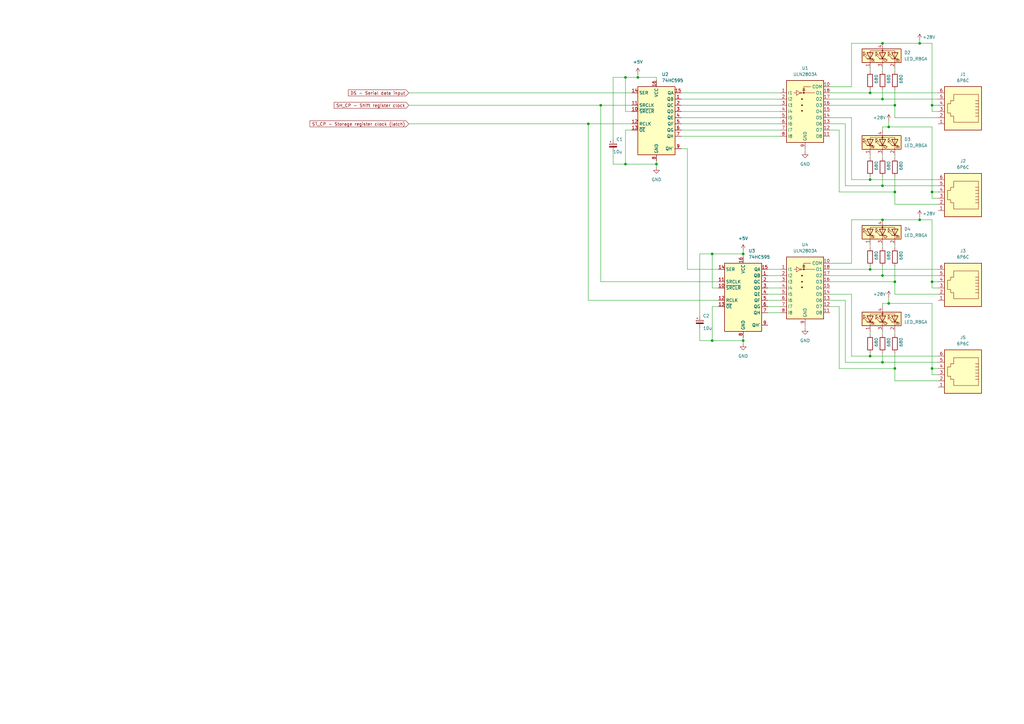
<source format=kicad_sch>
(kicad_sch (version 20230121) (generator eeschema)
  (paper "A3")
  (lib_symbols
    (symbol "74xx:74HC595"
      (property "Reference" "U" (at -7.62 13.97 0))
      (property "Value" "74HC595" (at -7.62 -16.51 0))
      (symbol "74HC595_1_0"
        (pin tri_state line (at 10.16 7.62 180) (length 2.54) (name "QB") (number "1"))
        (pin input line (at -10.16 2.54 0) (length 2.54) (name "~{SRCLR}") (number "10"))
        (pin input line (at -10.16 5.08 0) (length 2.54) (name "SRCLK") (number "11"))
        (pin input line (at -10.16 -2.54 0) (length 2.54) (name "RCLK") (number "12"))
        (pin input line (at -10.16 -5.08 0) (length 2.54) (name "~{OE}") (number "13"))
        (pin input line (at -10.16 10.16 0) (length 2.54) (name "SER") (number "14"))
        (pin tri_state line (at 10.16 10.16 180) (length 2.54) (name "QA") (number "15"))
        (pin power_in line (at 0 15.24 270) (length 2.54) (name "VCC") (number "16"))
        (pin tri_state line (at 10.16 5.08 180) (length 2.54) (name "QC") (number "2"))
        (pin tri_state line (at 10.16 2.54 180) (length 2.54) (name "QD") (number "3"))
        (pin tri_state line (at 10.16 0 180) (length 2.54) (name "QE") (number "4"))
        (pin tri_state line (at 10.16 -2.54 180) (length 2.54) (name "QF") (number "5"))
        (pin tri_state line (at 10.16 -5.08 180) (length 2.54) (name "QG") (number "6"))
        (pin tri_state line (at 10.16 -7.62 180) (length 2.54) (name "QH") (number "7"))
        (pin power_in line (at 0 -17.78 90) (length 2.54) (name "GND") (number "8"))
        (pin output line (at 10.16 -12.7 180) (length 2.54) (name "QH'") (number "9"))
      )
      (symbol "74HC595_1_1"
        (rectangle (start -7.62 12.7) (end 7.62 -15.24) (stroke (width 0.254)) (fill (type background)))
      )
    )
    (symbol "Connector:6P6C" (pin_names (offset 1.016))
      (property "Reference" "J" (at -5.08 11.43 0))
      (property "Value" "6P6C" (at 2.54 11.43 0))
      (symbol "6P6C_0_1"
        (polyline (pts (xy -6.35 -1.905) (xy -5.08 -1.905) (xy -5.08 -1.905)))
        (polyline (pts (xy -6.35 -0.635) (xy -5.08 -0.635) (xy -5.08 -0.635)))
        (polyline (pts (xy -6.35 0.635) (xy -5.08 0.635) (xy -5.08 0.635)))
        (polyline (pts (xy -6.35 1.905) (xy -5.08 1.905) (xy -5.08 1.905)))
        (polyline (pts (xy -6.35 3.175) (xy -5.08 3.175) (xy -5.08 3.175)))
        (polyline (pts (xy -5.08 4.445) (xy -6.35 4.445) (xy -6.35 4.445)))
        (polyline (pts (xy -6.35 -4.445) (xy -6.35 6.985) (xy 3.81 6.985) (xy 3.81 4.445) (xy 5.08 4.445) (xy 5.08 3.175) (xy 6.35 3.175) (xy 6.35 -0.635) (xy 5.08 -0.635) (xy 5.08 -1.905) (xy 3.81 -1.905) (xy 3.81 -4.445) (xy -6.35 -4.445) (xy -6.35 -4.445)))
        (rectangle (start 7.62 10.16) (end -7.62 -7.62) (stroke (width 0.254)) (fill (type background)))
      )
      (symbol "6P6C_1_1"
        (pin passive line (at 10.16 -5.08 180) (length 2.54) (name "~") (number "1"))
        (pin passive line (at 10.16 -2.54 180) (length 2.54) (name "~") (number "2"))
        (pin passive line (at 10.16 0 180) (length 2.54) (name "~") (number "3"))
        (pin passive line (at 10.16 2.54 180) (length 2.54) (name "~") (number "4"))
        (pin passive line (at 10.16 5.08 180) (length 2.54) (name "~") (number "5"))
        (pin passive line (at 10.16 7.62 180) (length 2.54) (name "~") (number "6"))
      )
    )
    (symbol "Connector_Generic:Conn_01x06" (pin_names (offset 1.016) hide)
      (property "Reference" "J" (at 0 7.62 0))
      (property "Value" "Conn_01x06" (at 0 -10.16 0))
      (symbol "Conn_01x06_1_1"
        (rectangle (start -1.27 -7.493) (end 0 -7.747) (stroke (width 0.1524)))
        (rectangle (start -1.27 -4.953) (end 0 -5.207) (stroke (width 0.1524)))
        (rectangle (start -1.27 -2.413) (end 0 -2.667) (stroke (width 0.1524)))
        (rectangle (start -1.27 0.127) (end 0 -0.127) (stroke (width 0.1524)))
        (rectangle (start -1.27 2.667) (end 0 2.413) (stroke (width 0.1524)))
        (rectangle (start -1.27 5.207) (end 0 4.953) (stroke (width 0.1524)))
        (rectangle (start -1.27 6.35) (end 1.27 -8.89) (stroke (width 0.254)) (fill (type background)))
        (pin passive line (at -5.08 5.08 0) (length 3.81) (name "Pin_1") (number "1"))
        (pin passive line (at -5.08 2.54 0) (length 3.81) (name "Pin_2") (number "2"))
        (pin passive line (at -5.08 0 0) (length 3.81) (name "Pin_3") (number "3"))
        (pin passive line (at -5.08 -2.54 0) (length 3.81) (name "Pin_4") (number "4"))
        (pin passive line (at -5.08 -5.08 0) (length 3.81) (name "Pin_5") (number "5"))
        (pin passive line (at -5.08 -7.62 0) (length 3.81) (name "Pin_6") (number "6"))
      )
    )
    (symbol "Device:C_Polarized_Small" (pin_numbers hide) (pin_names (offset 0.254) hide)
      (property "Reference" "C" (at 0.254 1.778 0))
      (property "Value" "C_Polarized_Small" (at 0.254 -2.032 0))
      (symbol "C_Polarized_Small_0_1"
        (rectangle (start -1.524 -0.3048) (end 1.524 -0.6858) (fill (type outline)))
        (rectangle (start -1.524 0.6858) (end 1.524 0.3048))
        (polyline (pts (xy -1.27 1.524) (xy -0.762 1.524)))
        (polyline (pts (xy -1.016 1.27) (xy -1.016 1.778)))
      )
      (symbol "C_Polarized_Small_1_1"
        (pin passive line (at 0 2.54 270) (length 1.8542) (name "~") (number "1"))
        (pin passive line (at 0 -2.54 90) (length 1.8542) (name "~") (number "2"))
      )
    )
    (symbol "Device:LED_RBGA" (pin_names (offset 0) hide)
      (property "Reference" "D" (at 0 9.398 0))
      (property "Value" "LED_RBGA" (at 0 -8.89 0))
      (symbol "LED_RBGA_0_0"
        (text "B" (at -1.905 -6.35 0) (effects (font (size 1.27 1.27))))
        (text "G" (at -1.905 -1.27 0) (effects (font (size 1.27 1.27))))
        (text "R" (at -1.905 3.81 0) (effects (font (size 1.27 1.27))))
      )
      (symbol "LED_RBGA_0_1"
        (polyline (pts (xy -1.27 -5.08) (xy -2.54 -5.08)))
        (polyline (pts (xy -1.27 -5.08) (xy 1.27 -5.08)))
        (polyline (pts (xy -1.27 -3.81) (xy -1.27 -6.35)) (stroke (width 0.254)))
        (polyline (pts (xy -1.27 0) (xy -2.54 0)))
        (polyline (pts (xy -1.27 1.27) (xy -1.27 -1.27)) (stroke (width 0.254)))
        (polyline (pts (xy -1.27 5.08) (xy -2.54 5.08)))
        (polyline (pts (xy -1.27 5.08) (xy 1.27 5.08)))
        (polyline (pts (xy -1.27 6.35) (xy -1.27 3.81)) (stroke (width 0.254)))
        (polyline (pts (xy 1.27 0) (xy -1.27 0)))
        (polyline (pts (xy 1.27 0) (xy 2.54 0)))
        (polyline (pts (xy -1.27 1.27) (xy -1.27 -1.27) (xy -1.27 -1.27)))
        (polyline (pts (xy -1.27 6.35) (xy -1.27 3.81) (xy -1.27 3.81)))
        (polyline (pts (xy 1.27 -5.08) (xy 2.032 -5.08) (xy 2.032 5.08) (xy 1.27 5.08)))
        (polyline (pts (xy 1.27 -3.81) (xy 1.27 -6.35) (xy -1.27 -5.08) (xy 1.27 -3.81)) (stroke (width 0.254)))
        (polyline (pts (xy 1.27 1.27) (xy 1.27 -1.27) (xy -1.27 0) (xy 1.27 1.27)) (stroke (width 0.254)))
        (polyline (pts (xy 1.27 6.35) (xy 1.27 3.81) (xy -1.27 5.08) (xy 1.27 6.35)) (stroke (width 0.254)))
        (polyline (pts (xy -1.016 -3.81) (xy 0.508 -2.286) (xy -0.254 -2.286) (xy 0.508 -2.286) (xy 0.508 -3.048)))
        (polyline (pts (xy -1.016 1.27) (xy 0.508 2.794) (xy -0.254 2.794) (xy 0.508 2.794) (xy 0.508 2.032)))
        (polyline (pts (xy -1.016 6.35) (xy 0.508 7.874) (xy -0.254 7.874) (xy 0.508 7.874) (xy 0.508 7.112)))
        (polyline (pts (xy 0 -3.81) (xy 1.524 -2.286) (xy 0.762 -2.286) (xy 1.524 -2.286) (xy 1.524 -3.048)))
        (polyline (pts (xy 0 1.27) (xy 1.524 2.794) (xy 0.762 2.794) (xy 1.524 2.794) (xy 1.524 2.032)))
        (polyline (pts (xy 0 6.35) (xy 1.524 7.874) (xy 0.762 7.874) (xy 1.524 7.874) (xy 1.524 7.112)))
        (rectangle (start 1.27 -1.27) (end 1.27 1.27))
        (rectangle (start 1.27 1.27) (end 1.27 1.27))
        (rectangle (start 1.27 3.81) (end 1.27 6.35))
        (rectangle (start 1.27 6.35) (end 1.27 6.35))
        (circle (center 2.032 0) (radius 0.254) (fill (type outline)))
        (rectangle (start 2.794 8.382) (end -2.794 -7.62) (stroke (width 0.254)) (fill (type background)))
      )
      (symbol "LED_RBGA_1_1"
        (pin passive line (at -5.08 5.08 0) (length 2.54) (name "RK") (number "1"))
        (pin passive line (at -5.08 -5.08 0) (length 2.54) (name "BK") (number "2"))
        (pin passive line (at -5.08 0 0) (length 2.54) (name "GK") (number "3"))
        (pin passive line (at 5.08 0 180) (length 2.54) (name "A") (number "4"))
      )
    )
    (symbol "Device:Q_NPN_Darlington_BEC" (pin_names (offset 0) hide)
      (property "Reference" "Q" (at 4.572 1.27 0))
      (property "Value" "Q_NPN_Darlington_BEC" (at 4.572 -1.27 0))
      (symbol "Q_NPN_Darlington_BEC_0_1"
        (polyline (pts (xy 0.635 0.635) (xy 2.54 2.54)))
        (polyline (pts (xy 0.635 -0.635) (xy 2.54 -2.54) (xy 2.54 -2.54)))
        (polyline (pts (xy 0.635 0) (xy 2.54 1.905) (xy 2.54 2.54)))
        (polyline (pts (xy 0.635 1.905) (xy 0.635 -1.905) (xy 0.635 -1.905)) (stroke (width 0.508)))
        (polyline (pts (xy 1.27 -1.778) (xy 1.778 -1.27) (xy 2.286 -2.286) (xy 1.27 -1.778) (xy 1.27 -1.778)) (fill (type outline)))
        (circle (center 1.27 0) (radius 2.8194) (stroke (width 0.254)))
      )
      (symbol "Q_NPN_Darlington_BEC_1_1"
        (pin input line (at -5.08 0 0) (length 5.715) (name "B") (number "1"))
        (pin passive line (at 2.54 -5.08 90) (length 2.54) (name "E") (number "2"))
        (pin passive line (at 2.54 5.08 270) (length 2.54) (name "C") (number "3"))
      )
    )
    (symbol "Device:R" (pin_numbers hide) (pin_names (offset 0))
      (property "Reference" "R" (at 2.032 0 90))
      (property "Value" "R" (at 0 0 90))
      (symbol "R_0_1"
        (rectangle (start -1.016 -2.54) (end 1.016 2.54) (stroke (width 0.254)))
      )
      (symbol "R_1_1"
        (pin passive line (at 0 3.81 270) (length 1.27) (name "~") (number "1"))
        (pin passive line (at 0 -3.81 90) (length 1.27) (name "~") (number "2"))
      )
    )
    (symbol "Diode:1N4001" (pin_numbers hide) (pin_names hide)
      (property "Reference" "D" (at 0 2.54 0))
      (property "Value" "1N4001" (at 0 -2.54 0))
      (symbol "1N4001_0_1"
        (polyline (pts (xy -1.27 1.27) (xy -1.27 -1.27)) (stroke (width 0.254)))
        (polyline (pts (xy 1.27 0) (xy -1.27 0)))
        (polyline (pts (xy 1.27 1.27) (xy 1.27 -1.27) (xy -1.27 0) (xy 1.27 1.27)) (stroke (width 0.254)))
      )
      (symbol "1N4001_1_1"
        (pin passive line (at -3.81 0 0) (length 2.54) (name "K") (number "1"))
        (pin passive line (at 3.81 0 180) (length 2.54) (name "A") (number "2"))
      )
    )
    (symbol "Transistor_Array:ULN2803A"
      (property "Reference" "U" (at 0 13.335 0))
      (property "Value" "ULN2803A" (at 0 11.43 0))
      (symbol "ULN2803A_0_1"
        (rectangle (start -7.62 -15.24) (end 7.62 10.16) (stroke (width 0.254)) (fill (type background)))
        (circle (center -1.778 5.08) (radius 0.254))
        (circle (center -1.27 -2.286) (radius 0.254) (fill (type outline)))
        (circle (center -1.27 0) (radius 0.254) (fill (type outline)))
        (circle (center -1.27 2.54) (radius 0.254) (fill (type outline)))
        (circle (center -0.508 5.08) (radius 0.254) (fill (type outline)))
        (polyline (pts (xy -4.572 5.08) (xy -3.556 5.08)))
        (polyline (pts (xy -1.524 5.08) (xy 4.064 5.08)))
        (polyline (pts (xy 0 6.731) (xy -1.016 6.731)))
        (polyline (pts (xy -0.508 5.08) (xy -0.508 7.62) (xy 2.286 7.62)))
        (polyline (pts (xy -3.556 6.096) (xy -3.556 4.064) (xy -2.032 5.08) (xy -3.556 6.096)))
        (polyline (pts (xy 0 5.969) (xy -1.016 5.969) (xy -0.508 6.731) (xy 0 5.969)))
      )
      (symbol "ULN2803A_1_1"
        (pin input line (at -10.16 5.08 0) (length 2.54) (name "I1") (number "1"))
        (pin passive line (at 10.16 7.62 180) (length 2.54) (name "COM") (number "10"))
        (pin open_collector line (at 10.16 -12.7 180) (length 2.54) (name "O8") (number "11"))
        (pin open_collector line (at 10.16 -10.16 180) (length 2.54) (name "O7") (number "12"))
        (pin open_collector line (at 10.16 -7.62 180) (length 2.54) (name "O6") (number "13"))
        (pin open_collector line (at 10.16 -5.08 180) (length 2.54) (name "O5") (number "14"))
        (pin open_collector line (at 10.16 -2.54 180) (length 2.54) (name "O4") (number "15"))
        (pin open_collector line (at 10.16 0 180) (length 2.54) (name "O3") (number "16"))
        (pin open_collector line (at 10.16 2.54 180) (length 2.54) (name "O2") (number "17"))
        (pin open_collector line (at 10.16 5.08 180) (length 2.54) (name "O1") (number "18"))
        (pin input line (at -10.16 2.54 0) (length 2.54) (name "I2") (number "2"))
        (pin input line (at -10.16 0 0) (length 2.54) (name "I3") (number "3"))
        (pin input line (at -10.16 -2.54 0) (length 2.54) (name "I4") (number "4"))
        (pin input line (at -10.16 -5.08 0) (length 2.54) (name "I5") (number "5"))
        (pin input line (at -10.16 -7.62 0) (length 2.54) (name "I6") (number "6"))
        (pin input line (at -10.16 -10.16 0) (length 2.54) (name "I7") (number "7"))
        (pin input line (at -10.16 -12.7 0) (length 2.54) (name "I8") (number "8"))
        (pin power_in line (at 0 -17.78 90) (length 2.54) (name "GND") (number "9"))
      )
    )
    (symbol "power:+28V" (power) (pin_names (offset 0))
      (property "Value" "+28V" (at 0 3.81 0))
      (symbol "+28V_0_1"
        (polyline (pts (xy -0.762 1.27) (xy 0 2.54)))
        (polyline (pts (xy 0 0) (xy 0 2.54)))
        (polyline (pts (xy 0 2.54) (xy 0.762 1.27)))
      )
      (symbol "+28V_1_1"
        (pin power_in line (at 0 0 90) (length 0) hide (name "+28V") (number "1"))
      )
    )
    (symbol "power:+5V" (power) (pin_names (offset 0))
      (property "Value" "+5V" (at 0 3.556 0))
      (symbol "+5V_0_1"
        (polyline (pts (xy -0.762 1.27) (xy 0 2.54)))
        (polyline (pts (xy 0 0) (xy 0 2.54)))
        (polyline (pts (xy 0 2.54) (xy 0.762 1.27)))
      )
      (symbol "+5V_1_1"
        (pin power_in line (at 0 0 90) (length 0) hide (name "+5V") (number "1"))
      )
    )
    (symbol "power:GND" (power) (pin_names (offset 0))
      (property "Value" "GND" (at 0 -3.81 0))
      (symbol "GND_0_1"
        (polyline (pts (xy 0 0) (xy 0 -1.27) (xy 1.27 -1.27) (xy 0 -2.54) (xy -1.27 -1.27) (xy 0 -1.27)))
      )
      (symbol "GND_1_1"
        (pin power_in line (at 0 0 270) (length 0) hide (name "GND") (number "1"))
      )
    )
  )
  (junction (at 367.03 151.13))
  (junction (at 217.17 -33.02))
  (junction (at 377.19 17.78))
  (junction (at 382.27 115.57))
  (junction (at 367.03 78.74))
  (junction (at 356.87 73.66))
  (junction (at 269.24 67.31))
  (junction (at 382.27 43.18))
  (junction (at 304.8 104.14))
  (junction (at 361.95 148.59))
  (junction (at 361.95 40.64))
  (junction (at 361.95 76.2))
  (junction (at 227.33 -46.99))
  (junction (at 304.8 139.7))
  (junction (at 356.87 146.05))
  (junction (at 246.38 43.18))
  (junction (at 256.54 67.31))
  (junction (at 292.1 104.14))
  (junction (at 256.54 31.75))
  (junction (at 377.19 90.17))
  (junction (at 356.87 110.49))
  (junction (at 367.03 115.57))
  (junction (at 382.27 78.74))
  (junction (at 196.85 -21.59))
  (junction (at 367.03 43.18))
  (junction (at 361.95 113.03))
  (junction (at 382.27 151.13))
  (junction (at 361.95 90.17))
  (junction (at 364.49 52.07))
  (junction (at 292.1 139.7))
  (junction (at 364.49 124.46))
  (junction (at 241.3 50.8))
  (junction (at 356.87 38.1))
  (junction (at 361.95 17.78))
  (junction (at 261.62 31.75))
  (wire (pts (xy 251.46 67.31) (xy 256.54 67.31)))
  (wire (pts (xy 189.23 -50.8) (xy 194.31 -50.8)))
  (wire (pts (xy 256.54 31.75) (xy 261.62 31.75)))
  (wire (pts (xy 346.71 123.19) (xy 346.71 148.59)))
  (wire (pts (xy 292.1 139.7) (xy 304.8 139.7)))
  (wire (pts (xy 361.95 17.78) (xy 377.19 17.78)))
  (wire (pts (xy 361.95 148.59) (xy 384.81 148.59)))
  (wire (pts (xy 292.1 104.14) (xy 304.8 104.14)))
  (wire (pts (xy 361.95 27.94) (xy 361.95 29.21)))
  (wire (pts (xy 279.4 55.88) (xy 320.04 55.88)))
  (wire (pts (xy 364.49 49.53) (xy 364.49 52.07)))
  (wire (pts (xy 189.23 -49.53) (xy 189.23 -50.8)))
  (wire (pts (xy 384.81 83.82) (xy 367.03 83.82)))
  (wire (pts (xy 256.54 53.34) (xy 256.54 67.31)))
  (wire (pts (xy 356.87 36.83) (xy 356.87 38.1)))
  (wire (pts (xy 367.03 120.65) (xy 367.03 115.57)))
  (wire (pts (xy 330.2 60.96) (xy 330.2 62.23)))
  (wire (pts (xy 367.03 109.22) (xy 367.03 115.57)))
  (wire (pts (xy 361.95 90.17) (xy 377.19 90.17)))
  (wire (pts (xy 340.36 113.03) (xy 361.95 113.03)))
  (wire (pts (xy 367.03 36.83) (xy 367.03 43.18)))
  (wire (pts (xy 287.02 134.62) (xy 287.02 139.7)))
  (wire (pts (xy 382.27 151.13) (xy 382.27 153.67)))
  (wire (pts (xy 361.95 72.39) (xy 361.95 76.2)))
  (wire (pts (xy 281.94 60.96) (xy 281.94 110.49)))
  (wire (pts (xy 361.95 135.89) (xy 361.95 137.16)))
  (wire (pts (xy 340.36 35.56) (xy 349.25 35.56)))
  (wire (pts (xy 199.39 -31.75) (xy 199.39 -30.48)))
  (wire (pts (xy 340.36 110.49) (xy 356.87 110.49)))
  (wire (pts (xy 304.8 104.14) (xy 304.8 105.41)))
  (wire (pts (xy 382.27 78.74) (xy 384.81 78.74)))
  (wire (pts (xy 367.03 144.78) (xy 367.03 151.13)))
  (wire (pts (xy 384.81 81.28) (xy 382.27 81.28)))
  (wire (pts (xy 361.95 36.83) (xy 361.95 40.64)))
  (wire (pts (xy 382.27 43.18) (xy 384.81 43.18)))
  (wire (pts (xy 367.03 78.74) (xy 367.03 83.82)))
  (wire (pts (xy 361.95 144.78) (xy 361.95 148.59)))
  (wire (pts (xy 361.95 109.22) (xy 361.95 113.03)))
  (wire (pts (xy 377.19 16.51) (xy 377.19 17.78)))
  (wire (pts (xy 340.36 115.57) (xy 367.03 115.57)))
  (wire (pts (xy 346.71 148.59) (xy 361.95 148.59)))
  (wire (pts (xy 382.27 151.13) (xy 384.81 151.13)))
  (wire (pts (xy 377.19 88.9) (xy 377.19 90.17)))
  (wire (pts (xy 304.8 102.87) (xy 304.8 104.14)))
  (wire (pts (xy 349.25 146.05) (xy 356.87 146.05)))
  (wire (pts (xy 349.25 17.78) (xy 349.25 35.56)))
  (wire (pts (xy 191.77 -21.59) (xy 196.85 -21.59)))
  (wire (pts (xy 251.46 62.23) (xy 251.46 67.31)))
  (wire (pts (xy 292.1 104.14) (xy 292.1 118.11)))
  (wire (pts (xy 294.64 125.73) (xy 292.1 125.73)))
  (wire (pts (xy 294.64 118.11) (xy 292.1 118.11)))
  (wire (pts (xy 367.03 27.94) (xy 367.03 29.21)))
  (wire (pts (xy 349.25 120.65) (xy 349.25 146.05)))
  (wire (pts (xy 344.17 53.34) (xy 344.17 78.74)))
  (wire (pts (xy 269.24 31.75) (xy 269.24 33.02)))
  (wire (pts (xy 269.24 67.31) (xy 269.24 68.58)))
  (wire (pts (xy 364.49 121.92) (xy 364.49 124.46)))
  (wire (pts (xy 314.96 123.19) (xy 320.04 123.19)))
  (wire (pts (xy 346.71 76.2) (xy 361.95 76.2)))
  (wire (pts (xy 356.87 100.33) (xy 356.87 101.6)))
  (wire (pts (xy 281.94 110.49) (xy 294.64 110.49)))
  (wire (pts (xy 227.33 -46.99) (xy 227.33 -44.45)))
  (wire (pts (xy 279.4 38.1) (xy 320.04 38.1)))
  (wire (pts (xy 241.3 50.8) (xy 259.08 50.8)))
  (wire (pts (xy 346.71 50.8) (xy 346.71 76.2)))
  (wire (pts (xy 382.27 45.72) (xy 382.27 43.18)))
  (wire (pts (xy 356.87 27.94) (xy 356.87 29.21)))
  (wire (pts (xy 304.8 138.43) (xy 304.8 139.7)))
  (wire (pts (xy 382.27 17.78) (xy 382.27 43.18)))
  (wire (pts (xy 246.38 115.57) (xy 246.38 43.18)))
  (wire (pts (xy 356.87 146.05) (xy 384.81 146.05)))
  (wire (pts (xy 217.17 -36.83) (xy 217.17 -33.02)))
  (wire (pts (xy 217.17 -17.78) (xy 217.17 -12.7)))
  (wire (pts (xy 367.03 135.89) (xy 367.03 137.16)))
  (wire (pts (xy 294.64 123.19) (xy 241.3 123.19)))
  (wire (pts (xy 256.54 45.72) (xy 256.54 31.75)))
  (wire (pts (xy 194.31 -50.8) (xy 194.31 -31.75)))
  (wire (pts (xy 377.19 17.78) (xy 382.27 17.78)))
  (wire (pts (xy 349.25 73.66) (xy 356.87 73.66)))
  (wire (pts (xy 382.27 124.46) (xy 382.27 151.13)))
  (wire (pts (xy 361.95 63.5) (xy 361.95 64.77)))
  (wire (pts (xy 292.1 125.73) (xy 292.1 139.7)))
  (wire (pts (xy 349.25 90.17) (xy 361.95 90.17)))
  (wire (pts (xy 217.17 -33.02) (xy 217.17 -27.94)))
  (wire (pts (xy 314.96 125.73) (xy 320.04 125.73)))
  (wire (pts (xy 367.03 48.26) (xy 384.81 48.26)))
  (wire (pts (xy 246.38 43.18) (xy 259.08 43.18)))
  (wire (pts (xy 261.62 31.75) (xy 269.24 31.75)))
  (wire (pts (xy 167.64 43.18) (xy 246.38 43.18)))
  (wire (pts (xy 340.36 48.26) (xy 349.25 48.26)))
  (wire (pts (xy 382.27 52.07) (xy 382.27 78.74)))
  (wire (pts (xy 259.08 53.34) (xy 256.54 53.34)))
  (wire (pts (xy 361.95 52.07) (xy 361.95 53.34)))
  (wire (pts (xy 279.4 40.64) (xy 320.04 40.64)))
  (wire (pts (xy 349.25 17.78) (xy 361.95 17.78)))
  (wire (pts (xy 349.25 90.17) (xy 349.25 107.95)))
  (wire (pts (xy 367.03 63.5) (xy 367.03 64.77)))
  (wire (pts (xy 261.62 30.48) (xy 261.62 31.75)))
  (wire (pts (xy 361.95 40.64) (xy 384.81 40.64)))
  (wire (pts (xy 314.96 128.27) (xy 320.04 128.27)))
  (wire (pts (xy 304.8 139.7) (xy 304.8 140.97)))
  (wire (pts (xy 384.81 118.11) (xy 382.27 118.11)))
  (wire (pts (xy 356.87 146.05) (xy 356.87 144.78)))
  (wire (pts (xy 281.94 60.96) (xy 279.4 60.96)))
  (wire (pts (xy 196.85 -31.75) (xy 196.85 -30.48)))
  (wire (pts (xy 287.02 104.14) (xy 292.1 104.14)))
  (wire (pts (xy 314.96 113.03) (xy 320.04 113.03)))
  (wire (pts (xy 382.27 115.57) (xy 384.81 115.57)))
  (wire (pts (xy 279.4 53.34) (xy 320.04 53.34)))
  (wire (pts (xy 251.46 57.15) (xy 251.46 31.75)))
  (wire (pts (xy 356.87 38.1) (xy 384.81 38.1)))
  (wire (pts (xy 330.2 133.35) (xy 330.2 134.62)))
  (wire (pts (xy 367.03 100.33) (xy 367.03 101.6)))
  (wire (pts (xy 382.27 90.17) (xy 382.27 115.57)))
  (wire (pts (xy 279.4 48.26) (xy 320.04 48.26)))
  (wire (pts (xy 227.33 -36.83) (xy 227.33 -33.02)))
  (wire (pts (xy 340.36 38.1) (xy 356.87 38.1)))
  (wire (pts (xy 340.36 50.8) (xy 346.71 50.8)))
  (wire (pts (xy 356.87 73.66) (xy 384.81 73.66)))
  (wire (pts (xy 279.4 43.18) (xy 320.04 43.18)))
  (wire (pts (xy 256.54 67.31) (xy 269.24 67.31)))
  (wire (pts (xy 259.08 45.72) (xy 256.54 45.72)))
  (wire (pts (xy 361.95 113.03) (xy 384.81 113.03)))
  (wire (pts (xy 340.36 125.73) (xy 344.17 125.73)))
  (wire (pts (xy 191.77 -31.75) (xy 191.77 -21.59)))
  (wire (pts (xy 384.81 45.72) (xy 382.27 45.72)))
  (wire (pts (xy 344.17 151.13) (xy 367.03 151.13)))
  (wire (pts (xy 382.27 78.74) (xy 382.27 81.28)))
  (wire (pts (xy 340.36 43.18) (xy 367.03 43.18)))
  (wire (pts (xy 279.4 45.72) (xy 320.04 45.72)))
  (wire (pts (xy 356.87 109.22) (xy 356.87 110.49)))
  (wire (pts (xy 251.46 31.75) (xy 256.54 31.75)))
  (wire (pts (xy 217.17 -46.99) (xy 217.17 -44.45)))
  (wire (pts (xy 340.36 120.65) (xy 349.25 120.65)))
  (wire (pts (xy 196.85 -21.59) (xy 199.39 -21.59)))
  (wire (pts (xy 269.24 66.04) (xy 269.24 67.31)))
  (wire (pts (xy 367.03 48.26) (xy 367.03 43.18)))
  (wire (pts (xy 314.96 120.65) (xy 320.04 120.65)))
  (wire (pts (xy 377.19 90.17) (xy 382.27 90.17)))
  (wire (pts (xy 227.33 -33.02) (xy 217.17 -33.02)))
  (wire (pts (xy 367.03 72.39) (xy 367.03 78.74)))
  (wire (pts (xy 314.96 110.49) (xy 320.04 110.49)))
  (wire (pts (xy 361.95 100.33) (xy 361.95 101.6)))
  (wire (pts (xy 364.49 52.07) (xy 382.27 52.07)))
  (wire (pts (xy 367.03 120.65) (xy 384.81 120.65)))
  (wire (pts (xy 361.95 76.2) (xy 384.81 76.2)))
  (wire (pts (xy 344.17 125.73) (xy 344.17 151.13)))
  (wire (pts (xy 364.49 124.46) (xy 361.95 124.46)))
  (wire (pts (xy 356.87 110.49) (xy 384.81 110.49)))
  (wire (pts (xy 287.02 139.7) (xy 292.1 139.7)))
  (wire (pts (xy 196.85 -21.59) (xy 196.85 -22.86)))
  (wire (pts (xy 367.03 151.13) (xy 367.03 156.21)))
  (wire (pts (xy 189.23 -41.91) (xy 189.23 -31.75)))
  (wire (pts (xy 356.87 73.66) (xy 356.87 72.39)))
  (wire (pts (xy 294.64 115.57) (xy 246.38 115.57)))
  (wire (pts (xy 227.33 -46.99) (xy 217.17 -46.99)))
  (wire (pts (xy 364.49 52.07) (xy 361.95 52.07)))
  (wire (pts (xy 314.96 118.11) (xy 320.04 118.11)))
  (wire (pts (xy 340.36 53.34) (xy 344.17 53.34)))
  (wire (pts (xy 167.64 50.8) (xy 241.3 50.8)))
  (wire (pts (xy 364.49 124.46) (xy 382.27 124.46)))
  (wire (pts (xy 361.95 124.46) (xy 361.95 125.73)))
  (wire (pts (xy 344.17 78.74) (xy 367.03 78.74)))
  (wire (pts (xy 356.87 135.89) (xy 356.87 137.16)))
  (wire (pts (xy 279.4 50.8) (xy 320.04 50.8)))
  (wire (pts (xy 199.39 -21.59) (xy 199.39 -22.86)))
  (wire (pts (xy 287.02 129.54) (xy 287.02 104.14)))
  (wire (pts (xy 314.96 115.57) (xy 320.04 115.57)))
  (wire (pts (xy 340.36 40.64) (xy 361.95 40.64)))
  (wire (pts (xy 384.81 153.67) (xy 382.27 153.67)))
  (wire (pts (xy 356.87 63.5) (xy 356.87 64.77)))
  (wire (pts (xy 241.3 123.19) (xy 241.3 50.8)))
  (wire (pts (xy 167.64 38.1) (xy 259.08 38.1)))
  (wire (pts (xy 349.25 48.26) (xy 349.25 73.66)))
  (wire (pts (xy 382.27 118.11) (xy 382.27 115.57)))
  (wire (pts (xy 384.81 156.21) (xy 367.03 156.21)))
  (wire (pts (xy 340.36 107.95) (xy 349.25 107.95)))
  (wire (pts (xy 340.36 123.19) (xy 346.71 123.19)))
  (global_label "DS - Serial data input" (shape input) (at 167.64 38.1 180) (property "Intersheetrefs" "${INTERSHEET_REFS}" (effects hide)))
  (global_label "ST_CP - Storage register clock (latch)" (shape input) (at 167.64 50.8 180) (property "Intersheetrefs" "${INTERSHEET_REFS}" (effects hide)))
  (global_label "SH_CP - Shift register clock" (shape input) (at 167.64 43.18 180) (property "Intersheetrefs" "${INTERSHEET_REFS}" (effects hide)))
  (symbol (lib_id "Device:R") (at 361.95 140.97 180) (unit 1)
    (property "Reference" "R14" (effects hide))
    (property "Value" "680" (at 364.49 138.43 90) (effects (justify left)))
  )
  (symbol (lib_id "power:GND") (at 304.8 140.97 0) (unit 1)
    (property "Reference" "#PWR09" (effects hide))
    (property "Value" "GND" (at 304.8 146.05 0))
  )
  (symbol (lib_id "power:+5V") (at 261.62 30.48 0) (unit 1)
    (property "Reference" "#PWR07" (effects hide))
    (property "Value" "+5V" (at 261.62 25.4 0))
  )
  (symbol (lib_id "Device:C_Polarized_Small") (at 251.46 59.69 0) (unit 1)
    (property "Reference" "C1" (at 252.73 57.15 0) (effects (justify left)))
    (property "Value" "10u" (at 251.46 62.23 0) (effects (justify left)))
  )
  (symbol (lib_id "Device:R") (at 199.39 -26.67 0) (unit 1)
    (property "Reference" "R3" (effects hide))
    (property "Value" "R" (effects hide))
  )
  (symbol (lib_id "Connector:6P6C") (at 394.97 118.11 0) (mirror y) (unit 1)
    (property "Reference" "J3" (at 394.97 102.87 0))
    (property "Value" "6P6C" (at 394.97 105.41 0))
  )
  (symbol (lib_id "Device:R") (at 367.03 105.41 180) (unit 1)
    (property "Reference" "R15" (effects hide))
    (property "Value" "680" (at 369.57 102.87 90) (effects (justify left)))
  )
  (symbol (lib_id "Device:R") (at 367.03 33.02 180) (unit 1)
    (property "Reference" "R7" (effects hide))
    (property "Value" "680" (at 369.57 30.48 90) (effects (justify left)))
  )
  (symbol (lib_id "power:GND") (at 330.2 134.62 0) (unit 1)
    (property "Reference" "#PWR010" (effects hide))
    (property "Value" "GND" (at 330.2 139.7 0))
  )
  (symbol (lib_id "Device:Q_NPN_Darlington_BEC") (at 214.63 -22.86 0) (unit 1)
    (property "Reference" "Q1" (at 219.71 -24.13 0) (effects (justify left)))
    (property "Value" "Q_NPN_Darlington_BEC" (at 219.71 -21.59 0) (effects (justify left)))
  )
  (symbol (lib_id "Device:LED_RBGA") (at 361.95 58.42 90) (unit 1)
    (property "Reference" "D3" (at 370.84 57.15 90) (effects (justify right)))
    (property "Value" "LED_RBGA" (at 370.84 59.69 90) (effects (justify right)))
  )
  (symbol (lib_id "power:+28V") (at 377.19 16.51 0) (unit 1)
    (property "Reference" "#PWR01" (effects hide))
    (property "Value" "+28V" (at 381 15.24 0))
  )
  (symbol (lib_id "power:GND") (at 330.2 62.23 0) (unit 1)
    (property "Reference" "#PWR06" (effects hide))
    (property "Value" "GND" (at 330.2 67.31 0))
  )
  (symbol (lib_id "Device:R") (at 227.33 -40.64 180) (unit 1)
    (property "Reference" "R4" (effects hide))
    (property "Value" "108.7" (at 224.79 -41.91 0) (effects (justify left)))
  )
  (symbol (lib_id "Device:R") (at 361.95 68.58 180) (unit 1)
    (property "Reference" "R9" (effects hide))
    (property "Value" "680" (at 364.49 66.04 90) (effects (justify left)))
  )
  (symbol (lib_id "power:+28V") (at 364.49 49.53 0) (unit 1)
    (property "Reference" "#PWR04" (effects hide))
    (property "Value" "+28V" (at 360.68 48.26 0))
  )
  (symbol (lib_id "Device:R") (at 356.87 33.02 180) (unit 1)
    (property "Reference" "R5" (effects hide))
    (property "Value" "680" (at 359.41 30.48 90) (effects (justify left)))
  )
  (symbol (lib_id "power:+28V") (at 377.19 88.9 0) (unit 1)
    (property "Reference" "#PWR012" (effects hide))
    (property "Value" "+28V" (at 381 87.63 0))
  )
  (symbol (lib_id "Device:LED_RBGA") (at 361.95 22.86 90) (unit 1)
    (property "Reference" "D2" (at 370.84 21.59 90) (effects (justify right)))
    (property "Value" "LED_RBGA" (at 370.84 24.13 90) (effects (justify right)))
  )
  (symbol (lib_id "Device:LED_RBGA") (at 361.95 130.81 90) (unit 1)
    (property "Reference" "D5" (at 370.84 129.54 90) (effects (justify right)))
    (property "Value" "LED_RBGA" (at 370.84 132.08 90) (effects (justify right)))
  )
  (symbol (lib_id "power:+5V") (at 304.8 102.87 0) (unit 1)
    (property "Reference" "#PWR08" (effects hide))
    (property "Value" "+5V" (at 304.8 97.79 0))
  )
  (symbol (lib_id "Connector:6P6C") (at 394.97 153.67 0) (mirror y) (unit 1)
    (property "Reference" "J5" (at 394.97 138.43 0))
    (property "Value" "6P6C" (at 394.97 140.97 0))
  )
  (symbol (lib_id "Device:R") (at 189.23 -45.72 180) (unit 1)
    (property "Reference" "R1" (effects hide))
    (property "Value" "108.7" (at 186.69 -46.99 0) (effects (justify left)))
  )
  (symbol (lib_id "74xx:74HC595") (at 269.24 48.26 0) (unit 1)
    (property "Reference" "U2" (at 271.4341 30.48 0) (effects (justify left)))
    (property "Value" "74HC595" (at 271.4341 33.02 0) (effects (justify left)))
    (property "Datasheet" "http://www.ti.com/lit/ds/symlink/sn74hc595.pdf" (effects hide))
  )
  (symbol (lib_id "power:GND") (at 217.17 -12.7 0) (unit 1)
    (property "Reference" "#PWR02" (effects hide))
    (property "Value" "GND" (at 217.17 -7.62 0))
  )
  (symbol (lib_id "Device:R") (at 356.87 105.41 180) (unit 1)
    (property "Reference" "R11" (effects hide))
    (property "Value" "680" (at 359.41 102.87 90) (effects (justify left)))
  )
  (symbol (lib_id "Connector:6P6C") (at 394.97 81.28 0) (mirror y) (unit 1)
    (property "Reference" "J2" (at 394.97 66.04 0))
    (property "Value" "6P6C" (at 394.97 68.58 0))
  )
  (symbol (lib_id "Diode:1N4001") (at 217.17 -40.64 270) (unit 1)
    (property "Reference" "D1" (at 219.71 -41.91 90) (effects (justify left)))
    (property "Value" "1N4001" (at 219.71 -39.37 90) (effects (justify left)))
    (property "Footprint" "Diode_THT:D_DO-41_SOD81_P10.16mm_Horizontal" (effects hide))
    (property "Datasheet" "http://www.vishay.com/docs/88503/1n4001.pdf" (effects hide))
    (property "Sim.Device" "D" (effects hide))
    (property "Sim.Pins" "1=K 2=A" (effects hide))
  )
  (symbol (lib_id "Device:R") (at 367.03 68.58 180) (unit 1)
    (property "Reference" "R10" (effects hide))
    (property "Value" "680" (at 369.57 66.04 90) (effects (justify left)))
  )
  (symbol (lib_id "power:+28V") (at 364.49 121.92 0) (unit 1)
    (property "Reference" "#PWR011" (effects hide))
    (property "Value" "+28V" (at 360.68 120.65 0))
  )
  (symbol (lib_id "power:GND") (at 269.24 68.58 0) (unit 1)
    (property "Reference" "#PWR05" (effects hide))
    (property "Value" "GND" (at 269.24 73.66 0))
  )
  (symbol (lib_id "Device:C_Polarized_Small") (at 287.02 132.08 0) (unit 1)
    (property "Reference" "C2" (at 288.29 129.54 0) (effects (justify left)))
    (property "Value" "10u" (at 288.29 134.62 0) (effects (justify left)))
  )
  (symbol (lib_id "Device:R") (at 367.03 140.97 180) (unit 1)
    (property "Reference" "R16" (effects hide))
    (property "Value" "680" (at 369.57 138.43 90) (effects (justify left)))
  )
  (symbol (lib_id "Transistor_Array:ULN2803A") (at 330.2 115.57 0) (unit 1)
    (property "Reference" "U4" (at 330.2 100.33 0))
    (property "Value" "ULN2803A" (at 330.2 102.87 0))
    (property "Footprint" "Package_DIP:DIP-18_W7.62mm_Socket" (effects hide))
    (property "Datasheet" "http://www.ti.com/lit/ds/symlink/uln2803a.pdf" (effects hide))
  )
  (symbol (lib_id "Device:R") (at 361.95 33.02 180) (unit 1)
    (property "Reference" "R6" (effects hide))
    (property "Value" "680" (at 364.49 30.48 90) (effects (justify left)))
  )
  (symbol (lib_id "Connector_Generic:Conn_01x06") (at 191.77 -36.83 90) (unit 1)
    (property "Reference" "J4" (effects hide))
    (property "Value" "Conn_01x06" (effects hide))
    (property "Footprint" "Connector_PinHeader_2.54mm:PinHeader_1x06_P2.54mm_Vertical" (effects hide))
  )
  (symbol (lib_id "Transistor_Array:ULN2803A") (at 330.2 43.18 0) (unit 1)
    (property "Reference" "U1" (at 330.2 27.94 0))
    (property "Value" "ULN2803A" (at 330.2 30.48 0))
    (property "Footprint" "Package_DIP:DIP-18_W7.62mm_Socket" (effects hide))
    (property "Datasheet" "http://www.ti.com/lit/ds/symlink/uln2803a.pdf" (effects hide))
  )
  (symbol (lib_id "Device:R") (at 356.87 140.97 180) (unit 1)
    (property "Reference" "R12" (effects hide))
    (property "Value" "680" (at 359.41 138.43 90) (effects (justify left)))
  )
  (symbol (lib_id "Device:R") (at 196.85 -26.67 0) (unit 1)
    (property "Reference" "R2" (effects hide))
    (property "Value" "R" (effects hide))
  )
  (symbol (lib_id "Connector:6P6C") (at 394.97 45.72 0) (mirror y) (unit 1)
    (property "Reference" "J1" (at 394.97 30.48 0))
    (property "Value" "6P6C" (at 394.97 33.02 0))
  )
  (symbol (lib_id "Device:LED_RBGA") (at 361.95 95.25 90) (unit 1)
    (property "Reference" "D4" (at 370.84 93.98 90) (effects (justify right)))
    (property "Value" "LED_RBGA" (at 370.84 96.52 90) (effects (justify right)))
  )
  (symbol (lib_id "74xx:74HC595") (at 304.8 120.65 0) (unit 1)
    (property "Reference" "U3" (at 306.9941 102.87 0) (effects (justify left)))
    (property "Value" "74HC595" (at 306.9941 105.41 0) (effects (justify left)))
    (property "Datasheet" "http://www.ti.com/lit/ds/symlink/sn74hc595.pdf" (effects hide))
  )
  (symbol (lib_id "Device:R") (at 356.87 68.58 180) (unit 1)
    (property "Reference" "R8" (effects hide))
    (property "Value" "680" (at 359.41 66.04 90) (effects (justify left)))
  )
  (symbol (lib_id "Device:R") (at 361.95 105.41 180) (unit 1)
    (property "Reference" "R13" (effects hide))
    (property "Value" "680" (at 364.49 102.87 90) (effects (justify left)))
  )
  (symbol (lib_id "power:+28V") (at 227.33 -46.99 0) (unit 1)
    (property "Reference" "#PWR03" (effects hide))
    (property "Value" "+28V" (at 227.33 -52.07 0))
  )
)
</source>
